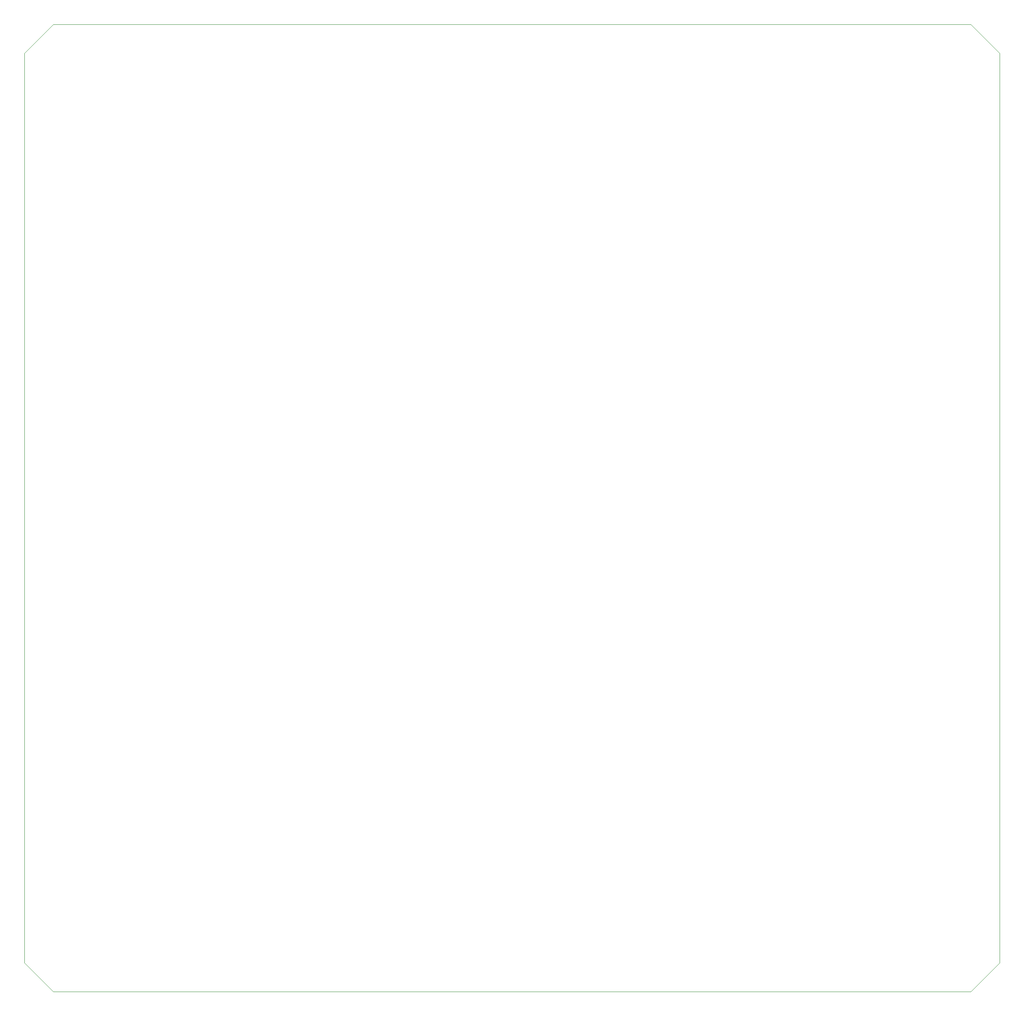
<source format=gbr>
%TF.GenerationSoftware,KiCad,Pcbnew,9.0.4*%
%TF.CreationDate,2025-11-09T15:05:15+13:00*%
%TF.ProjectId,AWS_CPU_Motherboard,4157535f-4350-4555-9f4d-6f7468657262,rev?*%
%TF.SameCoordinates,Original*%
%TF.FileFunction,Legend,Bot*%
%TF.FilePolarity,Positive*%
%FSLAX46Y46*%
G04 Gerber Fmt 4.6, Leading zero omitted, Abs format (unit mm)*
G04 Created by KiCad (PCBNEW 9.0.4) date 2025-11-09 15:05:15*
%MOMM*%
%LPD*%
G01*
G04 APERTURE LIST*
%TA.AperFunction,Profile*%
%ADD10C,0.050000*%
%TD*%
G04 APERTURE END LIST*
D10*
X248920000Y-455960000D02*
X254920000Y-461960000D01*
X248920000Y-266350000D02*
X248920000Y-455960000D01*
X446120000Y-260350000D02*
X254920000Y-260350000D01*
X452120000Y-455960000D02*
X446120000Y-461960000D01*
X446120000Y-461960000D02*
X254920000Y-461960000D01*
X452120000Y-455960000D02*
X452120000Y-266350000D01*
X254920000Y-260350000D02*
X248920000Y-266350000D01*
X446120000Y-260350000D02*
X452120000Y-266350000D01*
M02*

</source>
